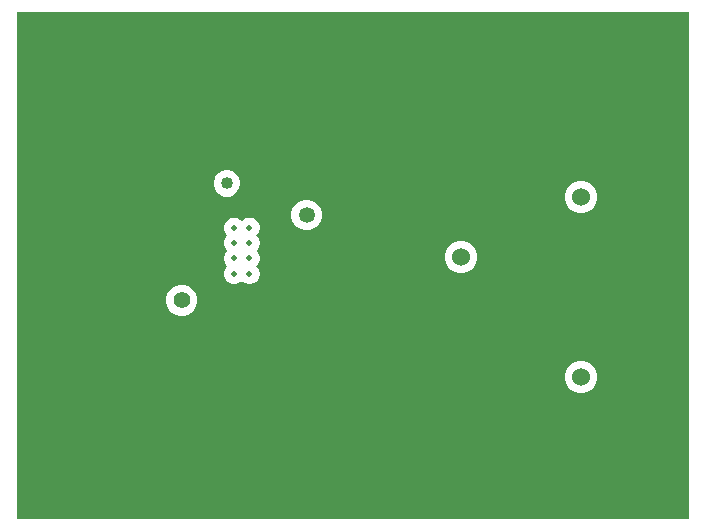
<source format=gbr>
%TF.GenerationSoftware,Altium Limited,Altium Designer,25.0.2 (28)*%
G04 Layer_Physical_Order=2*
G04 Layer_Color=16711680*
%FSLAX45Y45*%
%MOMM*%
%TF.SameCoordinates,851EA07A-CAD4-451F-9E8F-DAFD993EE7E7*%
%TF.FilePolarity,Positive*%
%TF.FileFunction,Copper,L2,Bot,Signal*%
%TF.Part,Single*%
G01*
G75*
%TA.AperFunction,ConnectorPad*%
%ADD11R,2.41300X5.08000*%
%ADD18R,5.08000X2.41300*%
%TA.AperFunction,ViaPad*%
%ADD31C,1.34620*%
%ADD32C,1.39700*%
%TA.AperFunction,ComponentPad*%
%ADD33C,1.52400*%
%TA.AperFunction,ViaPad*%
%ADD34C,1.01600*%
%ADD35C,0.91440*%
%ADD36C,0.50000*%
G36*
X8242300Y2552700D02*
X2552700D01*
Y6845300D01*
X8242300D01*
Y2552700D01*
D02*
G37*
%LPC*%
G36*
X4345413Y5509260D02*
X4315987D01*
X4287562Y5501644D01*
X4262078Y5486930D01*
X4241270Y5466122D01*
X4226556Y5440638D01*
X4218940Y5412213D01*
Y5382787D01*
X4226556Y5354362D01*
X4241270Y5328878D01*
X4262078Y5308070D01*
X4287562Y5293356D01*
X4315987Y5285740D01*
X4345413D01*
X4373838Y5293356D01*
X4399322Y5308070D01*
X4420130Y5328878D01*
X4434844Y5354362D01*
X4442460Y5382787D01*
Y5412213D01*
X4434844Y5440638D01*
X4420130Y5466122D01*
X4399322Y5486930D01*
X4373838Y5501644D01*
X4345413Y5509260D01*
D02*
G37*
G36*
X7345957Y5420360D02*
X7309843D01*
X7274958Y5411013D01*
X7243682Y5392955D01*
X7218145Y5367418D01*
X7200087Y5336142D01*
X7190740Y5301257D01*
Y5265143D01*
X7200087Y5230258D01*
X7218145Y5198982D01*
X7243682Y5173445D01*
X7274958Y5155387D01*
X7309843Y5146040D01*
X7345957D01*
X7380842Y5155387D01*
X7412118Y5173445D01*
X7437655Y5198982D01*
X7455713Y5230258D01*
X7465060Y5265143D01*
Y5301257D01*
X7455713Y5336142D01*
X7437655Y5367418D01*
X7412118Y5392955D01*
X7380842Y5411013D01*
X7345957Y5420360D01*
D02*
G37*
G36*
X4534017Y5106960D02*
X4511383D01*
X4489521Y5101102D01*
X4469919Y5089785D01*
X4457700Y5077566D01*
X4445481Y5089785D01*
X4425879Y5101102D01*
X4404017Y5106960D01*
X4381383D01*
X4359521Y5101102D01*
X4339919Y5089785D01*
X4323915Y5073781D01*
X4312598Y5054179D01*
X4306740Y5032317D01*
Y5009683D01*
X4312598Y4987821D01*
X4323915Y4968219D01*
X4336134Y4956000D01*
X4323915Y4943781D01*
X4312598Y4924179D01*
X4306740Y4902317D01*
Y4879683D01*
X4312598Y4857821D01*
X4323915Y4838219D01*
X4336134Y4826000D01*
X4323915Y4813781D01*
X4312598Y4794179D01*
X4306740Y4772317D01*
Y4749683D01*
X4312598Y4727821D01*
X4323915Y4708219D01*
X4336134Y4696000D01*
X4323915Y4683781D01*
X4312598Y4664179D01*
X4306740Y4642317D01*
Y4619683D01*
X4312598Y4597821D01*
X4323915Y4578219D01*
X4339919Y4562215D01*
X4359521Y4550898D01*
X4381383Y4545040D01*
X4404017D01*
X4425879Y4550898D01*
X4445481Y4562215D01*
X4457700Y4574434D01*
X4469919Y4562215D01*
X4489521Y4550898D01*
X4511383Y4545040D01*
X4534017D01*
X4555879Y4550898D01*
X4575481Y4562215D01*
X4591485Y4578219D01*
X4602802Y4597821D01*
X4608660Y4619683D01*
Y4642317D01*
X4602802Y4664179D01*
X4591485Y4683781D01*
X4579266Y4696000D01*
X4591485Y4708219D01*
X4602802Y4727821D01*
X4608660Y4749683D01*
Y4772317D01*
X4602802Y4794179D01*
X4591485Y4813781D01*
X4579266Y4826000D01*
X4591485Y4838219D01*
X4602802Y4857821D01*
X4608660Y4879683D01*
Y4902317D01*
X4602802Y4924179D01*
X4591485Y4943781D01*
X4579266Y4956000D01*
X4591485Y4968219D01*
X4602802Y4987821D01*
X4608660Y5009683D01*
Y5032317D01*
X4602802Y5054179D01*
X4591485Y5073781D01*
X4575481Y5089785D01*
X4555879Y5101102D01*
X4534017Y5106960D01*
D02*
G37*
G36*
X5023227Y5259070D02*
X4989453D01*
X4956830Y5250329D01*
X4927580Y5233442D01*
X4903698Y5209560D01*
X4886811Y5180310D01*
X4878070Y5147687D01*
Y5113913D01*
X4886811Y5081290D01*
X4903698Y5052040D01*
X4927580Y5028158D01*
X4956830Y5011271D01*
X4989453Y5002530D01*
X5023227D01*
X5055850Y5011271D01*
X5085100Y5028158D01*
X5108982Y5052040D01*
X5125869Y5081290D01*
X5134610Y5113913D01*
Y5147687D01*
X5125869Y5180310D01*
X5108982Y5209560D01*
X5085100Y5233442D01*
X5055850Y5250329D01*
X5023227Y5259070D01*
D02*
G37*
G36*
X6329957Y4912360D02*
X6293843D01*
X6258958Y4903013D01*
X6227682Y4884955D01*
X6202145Y4859418D01*
X6184087Y4828142D01*
X6174740Y4793257D01*
Y4757143D01*
X6184087Y4722258D01*
X6202145Y4690982D01*
X6227682Y4665445D01*
X6258958Y4647387D01*
X6293843Y4638040D01*
X6329957D01*
X6364842Y4647387D01*
X6396118Y4665445D01*
X6421655Y4690982D01*
X6439713Y4722258D01*
X6449060Y4757143D01*
Y4793257D01*
X6439713Y4828142D01*
X6421655Y4859418D01*
X6396118Y4884955D01*
X6364842Y4903013D01*
X6329957Y4912360D01*
D02*
G37*
G36*
X3966921Y4537710D02*
X3932479D01*
X3899209Y4528796D01*
X3869381Y4511574D01*
X3845026Y4487219D01*
X3827804Y4457391D01*
X3818890Y4424121D01*
Y4389679D01*
X3827804Y4356409D01*
X3845026Y4326581D01*
X3869381Y4302226D01*
X3899209Y4285004D01*
X3932479Y4276090D01*
X3966921D01*
X4000191Y4285004D01*
X4030019Y4302226D01*
X4054374Y4326581D01*
X4071596Y4356409D01*
X4080510Y4389679D01*
Y4424121D01*
X4071596Y4457391D01*
X4054374Y4487219D01*
X4030019Y4511574D01*
X4000191Y4528796D01*
X3966921Y4537710D01*
D02*
G37*
G36*
X7345957Y3896360D02*
X7309843D01*
X7274958Y3887013D01*
X7243682Y3868955D01*
X7218145Y3843418D01*
X7200087Y3812142D01*
X7190740Y3777257D01*
Y3741143D01*
X7200087Y3706258D01*
X7218145Y3674982D01*
X7243682Y3649445D01*
X7274958Y3631387D01*
X7309843Y3622040D01*
X7345957D01*
X7380842Y3631387D01*
X7412118Y3649445D01*
X7437655Y3674982D01*
X7455713Y3706258D01*
X7465060Y3741143D01*
Y3777257D01*
X7455713Y3812142D01*
X7437655Y3843418D01*
X7412118Y3868955D01*
X7380842Y3887013D01*
X7345957Y3896360D01*
D02*
G37*
%LPD*%
D11*
X7766050Y2832100D02*
D03*
X6889750D02*
D03*
Y6578600D02*
D03*
X7766050D02*
D03*
D18*
X2819400Y4324350D02*
D03*
Y5200650D02*
D03*
D31*
X5006340Y5130800D02*
D03*
D32*
X3949700Y4406900D02*
D03*
D33*
X7835900Y5283200D02*
D03*
Y4775200D02*
D03*
Y4267200D02*
D03*
Y3759200D02*
D03*
X7327900Y5283200D02*
D03*
Y4775200D02*
D03*
Y4267200D02*
D03*
Y3759200D02*
D03*
X6819900Y5283200D02*
D03*
Y4775200D02*
D03*
Y4267200D02*
D03*
Y3759200D02*
D03*
X6311900Y5283200D02*
D03*
Y4775200D02*
D03*
Y4267200D02*
D03*
Y3759200D02*
D03*
D34*
X4330700Y5397500D02*
D03*
D35*
X7243638Y3975573D02*
D03*
X7145648Y3903030D02*
D03*
X7097914Y3790843D02*
D03*
X7094766Y3668964D02*
D03*
Y3547044D02*
D03*
Y3425124D02*
D03*
Y3303204D02*
D03*
Y3181284D02*
D03*
Y3059364D02*
D03*
Y2937444D02*
D03*
X7095752Y2815528D02*
D03*
Y2693608D02*
D03*
X7560048Y2734353D02*
D03*
X7561034Y2856269D02*
D03*
Y2978189D02*
D03*
Y3100109D02*
D03*
Y3222029D02*
D03*
Y3343949D02*
D03*
Y3465869D02*
D03*
Y3587789D02*
D03*
Y3709709D02*
D03*
X7548968Y3831031D02*
D03*
X7482280Y3933096D02*
D03*
X7373121Y3987398D02*
D03*
X7095752Y6765739D02*
D03*
Y6643819D02*
D03*
X7094766Y6521903D02*
D03*
Y6399983D02*
D03*
Y6278063D02*
D03*
Y6156143D02*
D03*
Y6034223D02*
D03*
Y5912303D02*
D03*
Y5790383D02*
D03*
Y5668463D02*
D03*
Y5546543D02*
D03*
Y5424623D02*
D03*
Y5302703D02*
D03*
X7118112Y5183039D02*
D03*
X7197583Y5090579D02*
D03*
X7312925Y5051074D02*
D03*
X7432377Y5075483D02*
D03*
X7523060Y5156975D02*
D03*
X7560026Y5273156D02*
D03*
X7561034Y5395072D02*
D03*
Y5516992D02*
D03*
Y5638912D02*
D03*
Y5760832D02*
D03*
Y5882752D02*
D03*
Y6004672D02*
D03*
Y6126592D02*
D03*
Y6248512D02*
D03*
Y6370432D02*
D03*
Y6492352D02*
D03*
X7560048Y6614268D02*
D03*
Y6736188D02*
D03*
D36*
X4392700Y4891000D02*
D03*
X4522700D02*
D03*
X4392700Y4761000D02*
D03*
X4522700D02*
D03*
X4392700Y4631000D02*
D03*
X4522700D02*
D03*
X4392700Y5021000D02*
D03*
X4522700D02*
D03*
%TF.MD5,ab0cb6b2c58ec9aa8f44486280667556*%
M02*

</source>
